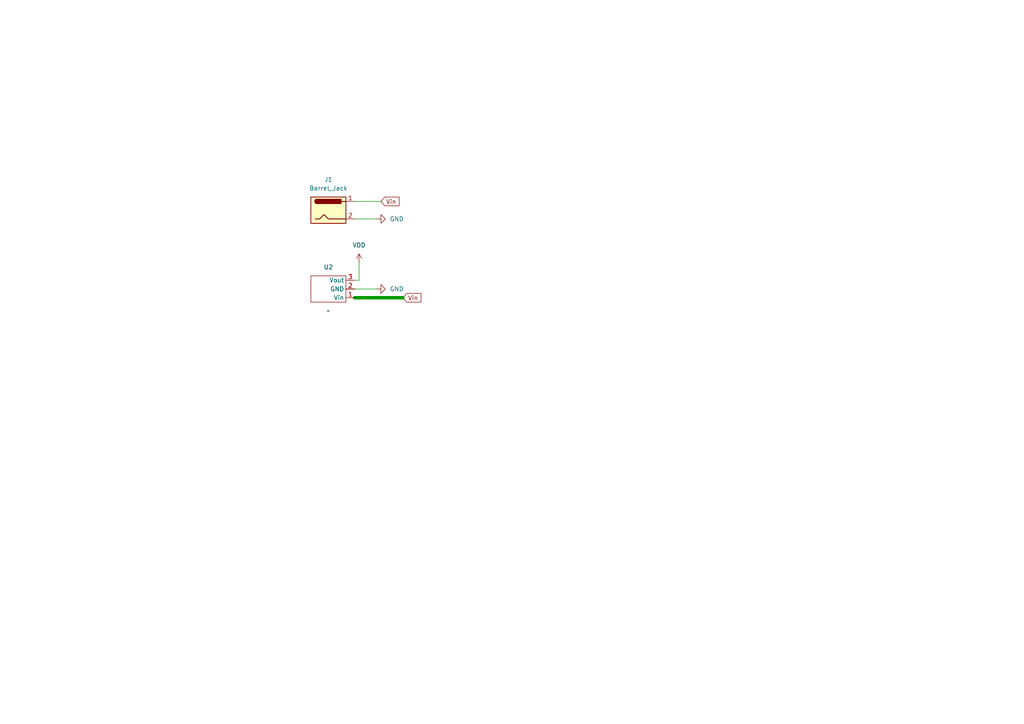
<source format=kicad_sch>
(kicad_sch (version 20230121) (generator eeschema)
  (paper "A4")
  (lib_symbols
    (symbol "Connector:Barrel_Jack" (pin_names (offset 1.016))
      (property "Reference" "J" (at 0 5.334 0))
      (property "Value" "Barrel_Jack" (at 0 -5.08 0))
      (symbol "Barrel_Jack_0_1"
        (rectangle (start -5.08 3.81) (end 5.08 -3.81) (stroke (width 0.254)) (fill (type background)))
        (arc (start -3.302 3.175) (mid -3.9343 2.54) (end -3.302 1.905) (stroke (width 0.254)))
        (arc (start -3.302 3.175) (mid -3.9343 2.54) (end -3.302 1.905) (stroke (width 0.254)) (fill (type outline)))
        (polyline (pts (xy 5.08 2.54) (xy 3.81 2.54)) (stroke (width 0.254)))
        (polyline (pts (xy -3.81 -2.54) (xy -2.54 -2.54) (xy -1.27 -1.27) (xy 0 -2.54) (xy 2.54 -2.54) (xy 5.08 -2.54)) (stroke (width 0.254)))
        (rectangle (start 3.683 3.175) (end -3.302 1.905) (stroke (width 0.254)) (fill (type outline)))
      )
      (symbol "Barrel_Jack_1_1"
        (pin passive line (at 7.62 2.54 180) (length 2.54) (name "~") (number "1"))
        (pin passive line (at 7.62 -2.54 180) (length 2.54) (name "~") (number "2"))
      )
    )
    (symbol "NoahLibrary:SPX2945U-L-3-3"
      (property "Reference" "U" (at 5.08 5.08 0))
      (symbol "SPX2945U-L-3-3_0_0"
        (pin power_in line (at -2.54 2.54 0) (length 2.54) (name "Vin") (number "1"))
        (pin power_in line (at -2.54 0 0) (length 2.54) (name "GND") (number "2"))
        (pin power_out line (at -2.54 -2.54 0) (length 2.54) (name "Vout") (number "3"))
      )
      (symbol "SPX2945U-L-3-3_0_1"
        (rectangle (start 0 3.81) (end 10.16 -3.81))
      )
    )
    (symbol "power:GND" (power) (pin_names (offset 0))
      (property "Value" "GND" (at 0 -3.81 0))
      (symbol "GND_0_1"
        (polyline (pts (xy 0 0) (xy 0 -1.27) (xy 1.27 -1.27) (xy 0 -2.54) (xy -1.27 -1.27) (xy 0 -1.27)))
      )
      (symbol "GND_1_1"
        (pin power_in line (at 0 0 270) (length 0) hide (name "GND") (number "1"))
      )
    )
    (symbol "power:VDD" (power) (pin_names (offset 0))
      (property "Value" "VDD" (at 0 3.81 0))
      (symbol "VDD_0_1"
        (polyline (pts (xy -0.762 1.27) (xy 0 2.54)))
        (polyline (pts (xy 0 0) (xy 0 2.54)))
        (polyline (pts (xy 0 2.54) (xy 0.762 1.27)))
      )
      (symbol "VDD_1_1"
        (pin power_in line (at 0 0 90) (length 0) hide (name "VDD") (number "1"))
      )
    )
  )
  (wire (pts (xy 104.14 76.2) (xy 104.14 81.28)))
  (wire (pts (xy 102.87 58.42) (xy 110.49 58.42)))
  (wire (pts (xy 102.87 63.5) (xy 109.22 63.5)))
  (wire (pts (xy 102.87 81.28) (xy 104.14 81.28)))
  (wire (pts (xy 102.87 86.36) (xy 116.84 86.36)) (stroke (width 1)))
  (wire (pts (xy 102.87 83.82) (xy 109.22 83.82)))
  (global_label "Vin" (shape input) (at 116.84 86.36 0) (property "Intersheetrefs" "${INTERSHEET_REFS}" (effects hide)))
  (global_label "Vin" (shape input) (at 110.49 58.42 0) (property "Intersheetrefs" "${INTERSHEET_REFS}" (effects hide)))
  (symbol (lib_id "NoahLibrary:SPX2945U-L-3-3") (at 100.33 83.82 180) (unit 1)
    (property "Reference" "U2" (at 95.25 77.47 0))
    (property "Value" "~" (at 95.25 90.17 0))
    (property "Footprint" "Package_TO_SOT_SMD:SOT-223" (effects hide))
    (property "Datasheet" "https://www.mouser.com/datasheet/2/146/spx2945-1889081.pdf" (effects hide))
    (property "Link To Purchase" "https://www.mouser.com/ProductDetail/MaxLinear/SPX2945M3-L-3-3-TR?qs=S%2FCBhQS5rCpGWUvcXEUQyA%3D%3D" (effects hide))
    (property "Part Number" "SPX2945M3-L-3-3/TR" (effects hide))
  )
  (symbol (lib_id "power:VDD") (at 104.14 76.2 0) (unit 1)
    (property "Reference" "#PWR025" (effects hide))
    (property "Value" "VDD" (at 104.14 71.12 0))
  )
  (symbol (lib_id "power:GND") (at 109.22 63.5 90) (unit 1)
    (property "Reference" "#PWR027" (effects hide))
    (property "Value" "GND" (at 113.03 63.5 90) (effects (justify right)))
  )
  (symbol (lib_id "Connector:Barrel_Jack") (at 95.25 60.96 0) (unit 1)
    (property "Reference" "J1" (at 95.25 52.07 0))
    (property "Value" "Barrel_Jack" (at 95.25 54.61 0))
    (property "Footprint" "Connector_BarrelJack:BarrelJack_Horizontal" (effects hide))
    (property "Part Number" "CON-SOCJ-2155" (effects hide))
    (property "Link To Purchase" "https://www.mouser.com/ProductDetail/Gravitech/CON-SOCJ-2155?qs=fkzBJ5HM%252BdCcpvFQyQZHtA%3D%3D" (effects hide))
  )
  (symbol (lib_id "power:GND") (at 109.22 83.82 90) (unit 1)
    (property "Reference" "#PWR026" (effects hide))
    (property "Value" "GND" (at 113.03 83.82 90) (effects (justify right)))
  )
)
</source>
